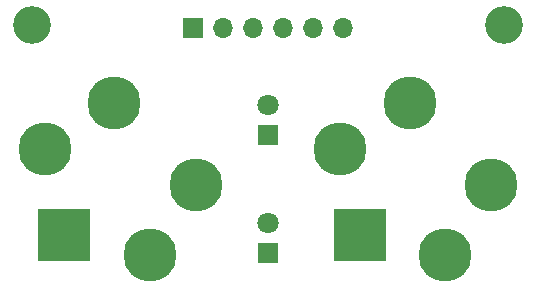
<source format=gbs>
G04 #@! TF.GenerationSoftware,KiCad,Pcbnew,6.0.2-378541a8eb~116~ubuntu20.04.1*
G04 #@! TF.CreationDate,2022-03-12T15:30:31-05:00*
G04 #@! TF.ProjectId,irinput_b3,6972696e-7075-4745-9f62-332e6b696361,rev?*
G04 #@! TF.SameCoordinates,Original*
G04 #@! TF.FileFunction,Soldermask,Bot*
G04 #@! TF.FilePolarity,Negative*
%FSLAX46Y46*%
G04 Gerber Fmt 4.6, Leading zero omitted, Abs format (unit mm)*
G04 Created by KiCad (PCBNEW 6.0.2-378541a8eb~116~ubuntu20.04.1) date 2022-03-12 15:30:31*
%MOMM*%
%LPD*%
G01*
G04 APERTURE LIST*
%ADD10C,4.500001*%
%ADD11R,4.500001X4.500001*%
%ADD12C,4.500000*%
%ADD13C,3.200000*%
%ADD14R,1.800000X1.800000*%
%ADD15C,1.800000*%
%ADD16R,1.700000X1.700000*%
%ADD17O,1.700000X1.700000*%
G04 APERTURE END LIST*
D10*
G04 #@! TO.C,J6*
X168899999Y-103749999D03*
X164999999Y-109649999D03*
D11*
X157759999Y-107989999D03*
D12*
X161999999Y-96849999D03*
X156099999Y-100749999D03*
G04 #@! TD*
D13*
G04 #@! TO.C,H4*
X169999999Y-90249999D03*
G04 #@! TD*
G04 #@! TO.C,H3*
X129999999Y-90249999D03*
G04 #@! TD*
D14*
G04 #@! TO.C,D6*
X149999999Y-99524999D03*
D15*
X149999999Y-96984999D03*
G04 #@! TD*
D10*
G04 #@! TO.C,J7*
X143899999Y-103749999D03*
X139999999Y-109649999D03*
D11*
X132759999Y-107989999D03*
D12*
X136999999Y-96849999D03*
X131099999Y-100749999D03*
G04 #@! TD*
D14*
G04 #@! TO.C,D5*
X149999999Y-109524999D03*
D15*
X149999999Y-106984999D03*
G04 #@! TD*
D16*
G04 #@! TO.C,J5*
X143649999Y-90479999D03*
D17*
X146189999Y-90479999D03*
X148729999Y-90479999D03*
X151269999Y-90479999D03*
X153809999Y-90479999D03*
X156349999Y-90479999D03*
G04 #@! TD*
M02*

</source>
